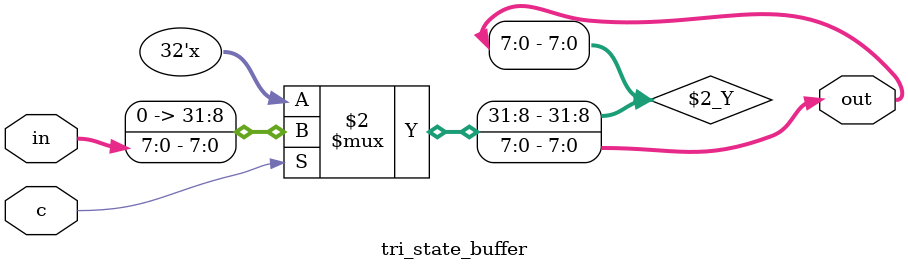
<source format=v>
module tri_state_buffer(c,in,out);

input c;
input [7:0]in;
output [7:0]out;

assign out = c ? in : 'bz;

endmodule

</source>
